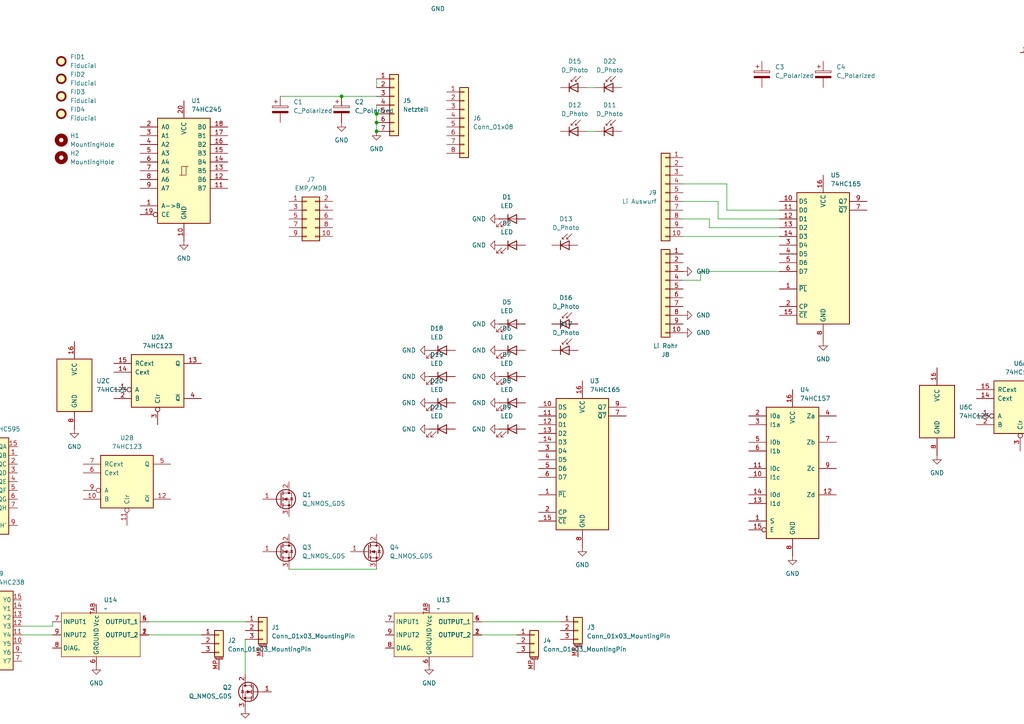
<source format=kicad_sch>
(kicad_sch (version 20250114) (generator "eeschema") (generator_version "9.0")
  (paper "A4")
  (lib_symbols
    (symbol "74xx:74HC123" (pin_names (offset 1.016))
      (property "Reference" "U" (at -7.62 8.89 0))
      (property "Value" "74HC123" (at -7.62 -8.89 0))
      (symbol "74HC123_1_0"
        (pin input line (at -12.7 5.08 0) (length 5.08) (name "RCext") (number "15"))
        (pin input line (at -12.7 2.54 0) (length 5.08) (name "Cext") (number "14"))
        (pin input inverted (at -12.7 -2.54 0) (length 5.08) (name "A") (number "1"))
        (pin input line (at -12.7 -5.08 0) (length 5.08) (name "B") (number "2"))
        (pin input inverted (at 0 -12.7 90) (length 5.08) (name "Clr") (number "3"))
        (pin output line (at 12.7 5.08 180) (length 5.08) (name "Q") (number "13"))
        (pin output line (at 12.7 -5.08 180) (length 5.08) (name "~{Q}") (number "4"))
      )
      (symbol "74HC123_2_0"
        (pin input line (at -12.7 5.08 0) (length 5.08) (name "RCext") (number "7"))
        (pin input line (at -12.7 2.54 0) (length 5.08) (name "Cext") (number "6"))
        (pin input inverted (at -12.7 -2.54 0) (length 5.08) (name "A") (number "9"))
        (pin input line (at -12.7 -5.08 0) (length 5.08) (name "B") (number "10"))
        (pin input inverted (at 0 -12.7 90) (length 5.08) (name "Clr") (number "11"))
        (pin output line (at 12.7 5.08 180) (length 5.08) (name "Q") (number "5"))
        (pin output line (at 12.7 -5.08 180) (length 5.08) (name "~{Q}") (number "12"))
      )
      (symbol "74HC123_3_0"
        (pin power_in line (at 0 12.7 270) (length 5.08) (name "VCC") (number "16"))
        (pin power_in line (at 0 -12.7 90) (length 5.08) (name "GND") (number "8"))
      )
    )
    (symbol "74xx:74HC165"
      (property "Reference" "U" (at -7.62 19.05 0))
      (property "Value" "74HC165" (at -7.62 -21.59 0))
      (symbol "74HC165_1_0"
        (pin input line (at -12.7 15.24 0) (length 5.08) (name "DS") (number "10"))
        (pin input line (at -12.7 12.7 0) (length 5.08) (name "D0") (number "11"))
        (pin input line (at -12.7 10.16 0) (length 5.08) (name "D1") (number "12"))
        (pin input line (at -12.7 7.62 0) (length 5.08) (name "D2") (number "13"))
        (pin input line (at -12.7 5.08 0) (length 5.08) (name "D3") (number "14"))
        (pin input line (at -12.7 2.54 0) (length 5.08) (name "D4") (number "3"))
        (pin input line (at -12.7 0 0) (length 5.08) (name "D5") (number "4"))
        (pin input line (at -12.7 -2.54 0) (length 5.08) (name "D6") (number "5"))
        (pin input line (at -12.7 -5.08 0) (length 5.08) (name "D7") (number "6"))
        (pin input line (at -12.7 -10.16 0) (length 5.08) (name "~{PL}") (number "1"))
        (pin input line (at -12.7 -15.24 0) (length 5.08) (name "CP") (number "2"))
        (pin input line (at -12.7 -17.78 0) (length 5.08) (name "~{CE}") (number "15"))
        (pin power_in line (at 0 22.86 270) (length 5.08) (name "VCC") (number "16"))
        (pin power_in line (at 0 -25.4 90) (length 5.08) (name "GND") (number "8"))
        (pin output line (at 12.7 15.24 180) (length 5.08) (name "Q7") (number "9"))
        (pin output line (at 12.7 12.7 180) (length 5.08) (name "~{Q7}") (number "7"))
      )
    )
    (symbol "74xx:74HC238"
      (property "Reference" "U" (at -7.62 13.97 0))
      (property "Value" "74HC238" (at 2.54 -11.43 0))
      (symbol "74HC238_1_1"
        (pin input line (at -10.16 10.16 0) (length 2.54) (name "A0") (number "1"))
        (pin input line (at -10.16 7.62 0) (length 2.54) (name "A1") (number "2"))
        (pin input line (at -10.16 5.08 0) (length 2.54) (name "A2") (number "3"))
        (pin input line (at -10.16 -2.54 0) (length 2.54) (name "~{E1}") (number "4"))
        (pin input line (at -10.16 -5.08 0) (length 2.54) (name "~{E2}") (number "5"))
        (pin input line (at -10.16 -7.62 0) (length 2.54) (name "E3") (number "6"))
        (pin power_in line (at 0 15.24 270) (length 2.54) (name "VCC") (number "16"))
        (pin power_in line (at 0 -12.7 90) (length 2.54) (name "GND") (number "8"))
        (pin output line (at 10.16 10.16 180) (length 2.54) (name "Y0") (number "15"))
        (pin output line (at 10.16 7.62 180) (length 2.54) (name "Y1") (number "14"))
        (pin output line (at 10.16 5.08 180) (length 2.54) (name "Y2") (number "13"))
        (pin output line (at 10.16 2.54 180) (length 2.54) (name "Y3") (number "12"))
        (pin output line (at 10.16 0 180) (length 2.54) (name "Y4") (number "11"))
        (pin output line (at 10.16 -2.54 180) (length 2.54) (name "Y5") (number "10"))
        (pin output line (at 10.16 -5.08 180) (length 2.54) (name "Y6") (number "9"))
        (pin output line (at 10.16 -7.62 180) (length 2.54) (name "Y7") (number "7"))
      )
    )
    (symbol "74xx:74HC245" (pin_names (offset 1.016))
      (property "Reference" "U" (at -7.62 16.51 0))
      (property "Value" "74HC245" (at -7.62 -16.51 0))
      (symbol "74HC245_1_0"
        (pin tri_state line (at -12.7 12.7 0) (length 5.08) (name "A0") (number "2"))
        (pin tri_state line (at -12.7 10.16 0) (length 5.08) (name "A1") (number "3"))
        (pin tri_state line (at -12.7 7.62 0) (length 5.08) (name "A2") (number "4"))
        (pin tri_state line (at -12.7 5.08 0) (length 5.08) (name "A3") (number "5"))
        (pin tri_state line (at -12.7 2.54 0) (length 5.08) (name "A4") (number "6"))
        (pin tri_state line (at -12.7 0 0) (length 5.08) (name "A5") (number "7"))
        (pin tri_state line (at -12.7 -2.54 0) (length 5.08) (name "A6") (number "8"))
        (pin tri_state line (at -12.7 -5.08 0) (length 5.08) (name "A7") (number "9"))
        (pin input line (at -12.7 -10.16 0) (length 5.08) (name "A->B") (number "1"))
        (pin input inverted (at -12.7 -12.7 0) (length 5.08) (name "CE") (number "19"))
        (pin power_in line (at 0 20.32 270) (length 5.08) (name "VCC") (number "20"))
        (pin power_in line (at 0 -20.32 90) (length 5.08) (name "GND") (number "10"))
        (pin tri_state line (at 12.7 12.7 180) (length 5.08) (name "B0") (number "18"))
        (pin tri_state line (at 12.7 10.16 180) (length 5.08) (name "B1") (number "17"))
        (pin tri_state line (at 12.7 7.62 180) (length 5.08) (name "B2") (number "16"))
        (pin tri_state line (at 12.7 5.08 180) (length 5.08) (name "B3") (number "15"))
        (pin tri_state line (at 12.7 2.54 180) (length 5.08) (name "B4") (number "14"))
        (pin tri_state line (at 12.7 0 180) (length 5.08) (name "B5") (number "13"))
        (pin tri_state line (at 12.7 -2.54 180) (length 5.08) (name "B6") (number "12"))
        (pin tri_state line (at 12.7 -5.08 180) (length 5.08) (name "B7") (number "11"))
      )
    )
    (symbol "74xx:74HC595"
      (property "Reference" "U" (at -7.62 13.97 0))
      (property "Value" "74HC595" (at -7.62 -16.51 0))
      (symbol "74HC595_1_0"
        (pin input line (at -10.16 10.16 0) (length 2.54) (name "SER") (number "14"))
        (pin input line (at -10.16 5.08 0) (length 2.54) (name "SRCLK") (number "11"))
        (pin input line (at -10.16 2.54 0) (length 2.54) (name "~{SRCLR}") (number "10"))
        (pin input line (at -10.16 -2.54 0) (length 2.54) (name "RCLK") (number "12"))
        (pin input line (at -10.16 -5.08 0) (length 2.54) (name "~{OE}") (number "13"))
        (pin power_in line (at 0 15.24 270) (length 2.54) (name "VCC") (number "16"))
        (pin power_in line (at 0 -17.78 90) (length 2.54) (name "GND") (number "8"))
        (pin tri_state line (at 10.16 10.16 180) (length 2.54) (name "QA") (number "15"))
        (pin tri_state line (at 10.16 7.62 180) (length 2.54) (name "QB") (number "1"))
        (pin tri_state line (at 10.16 5.08 180) (length 2.54) (name "QC") (number "2"))
        (pin tri_state line (at 10.16 2.54 180) (length 2.54) (name "QD") (number "3"))
        (pin tri_state line (at 10.16 0 180) (length 2.54) (name "QE") (number "4"))
        (pin tri_state line (at 10.16 -2.54 180) (length 2.54) (name "QF") (number "5"))
        (pin tri_state line (at 10.16 -5.08 180) (length 2.54) (name "QG") (number "6"))
        (pin tri_state line (at 10.16 -7.62 180) (length 2.54) (name "QH") (number "7"))
        (pin output line (at 10.16 -12.7 180) (length 2.54) (name "QH'") (number "9"))
      )
    )
    (symbol "74xx:74LS157" (pin_names (offset 1.016))
      (property "Reference" "U" (at -7.62 19.05 0))
      (property "Value" "74LS157" (at -7.62 -21.59 0))
      (symbol "74LS157_1_0"
        (pin input line (at -12.7 15.24 0) (length 5.08) (name "I0a") (number "2"))
        (pin input line (at -12.7 12.7 0) (length 5.08) (name "I1a") (number "3"))
        (pin input line (at -12.7 7.62 0) (length 5.08) (name "I0b") (number "5"))
        (pin input line (at -12.7 5.08 0) (length 5.08) (name "I1b") (number "6"))
        (pin input line (at -12.7 0 0) (length 5.08) (name "I0c") (number "11"))
        (pin input line (at -12.7 -2.54 0) (length 5.08) (name "I1c") (number "10"))
        (pin input line (at -12.7 -7.62 0) (length 5.08) (name "I0d") (number "14"))
        (pin input line (at -12.7 -10.16 0) (length 5.08) (name "I1d") (number "13"))
        (pin input line (at -12.7 -15.24 0) (length 5.08) (name "S") (number "1"))
        (pin input inverted (at -12.7 -17.78 0) (length 5.08) (name "E") (number "15"))
        (pin power_in line (at 0 22.86 270) (length 5.08) (name "VCC") (number "16"))
        (pin power_in line (at 0 -25.4 90) (length 5.08) (name "GND") (number "8"))
        (pin output line (at 12.7 15.24 180) (length 5.08) (name "Za") (number "4"))
        (pin output line (at 12.7 7.62 180) (length 5.08) (name "Zb") (number "7"))
        (pin output line (at 12.7 0 180) (length 5.08) (name "Zc") (number "9"))
        (pin output line (at 12.7 -7.62 180) (length 5.08) (name "Zd") (number "12"))
      )
    )
    (symbol "Connector_Generic:Conn_01x07" (pin_names (offset 1.016) (hide yes))
      (property "Reference" "J" (at 0 10.16 0))
      (property "Value" "Conn_01x07" (at 0 -10.16 0))
      (symbol "Conn_01x07_1_1"
        (pin passive line (at -5.08 7.62 0) (length 3.81) (name "Pin_1") (number "1"))
        (pin passive line (at -5.08 5.08 0) (length 3.81) (name "Pin_2") (number "2"))
        (pin passive line (at -5.08 2.54 0) (length 3.81) (name "Pin_3") (number "3"))
        (pin passive line (at -5.08 0 0) (length 3.81) (name "Pin_4") (number "4"))
        (pin passive line (at -5.08 -2.54 0) (length 3.81) (name "Pin_5") (number "5"))
        (pin passive line (at -5.08 -5.08 0) (length 3.81) (name "Pin_6") (number "6"))
        (pin passive line (at -5.08 -7.62 0) (length 3.81) (name "Pin_7") (number "7"))
      )
    )
    (symbol "Connector_Generic:Conn_01x08" (pin_names (offset 1.016) (hide yes))
      (property "Reference" "J" (at 0 10.16 0))
      (property "Value" "Conn_01x08" (at 0 -12.7 0))
      (symbol "Conn_01x08_1_1"
        (pin passive line (at -5.08 7.62 0) (length 3.81) (name "Pin_1") (number "1"))
        (pin passive line (at -5.08 5.08 0) (length 3.81) (name "Pin_2") (number "2"))
        (pin passive line (at -5.08 2.54 0) (length 3.81) (name "Pin_3") (number "3"))
        (pin passive line (at -5.08 0 0) (length 3.81) (name "Pin_4") (number "4"))
        (pin passive line (at -5.08 -2.54 0) (length 3.81) (name "Pin_5") (number "5"))
        (pin passive line (at -5.08 -5.08 0) (length 3.81) (name "Pin_6") (number "6"))
        (pin passive line (at -5.08 -7.62 0) (length 3.81) (name "Pin_7") (number "7"))
        (pin passive line (at -5.08 -10.16 0) (length 3.81) (name "Pin_8") (number "8"))
      )
    )
    (symbol "Connector_Generic:Conn_01x10" (pin_names (offset 1.016) (hide yes))
      (property "Reference" "J" (at 0 12.7 0))
      (property "Value" "Conn_01x10" (at 0 -15.24 0))
      (symbol "Conn_01x10_1_1"
        (pin passive line (at -5.08 10.16 0) (length 3.81) (name "Pin_1") (number "1"))
        (pin passive line (at -5.08 7.62 0) (length 3.81) (name "Pin_2") (number "2"))
        (pin passive line (at -5.08 5.08 0) (length 3.81) (name "Pin_3") (number "3"))
        (pin passive line (at -5.08 2.54 0) (length 3.81) (name "Pin_4") (number "4"))
        (pin passive line (at -5.08 0 0) (length 3.81) (name "Pin_5") (number "5"))
        (pin passive line (at -5.08 -2.54 0) (length 3.81) (name "Pin_6") (number "6"))
        (pin passive line (at -5.08 -5.08 0) (length 3.81) (name "Pin_7") (number "7"))
        (pin passive line (at -5.08 -7.62 0) (length 3.81) (name "Pin_8") (number "8"))
        (pin passive line (at -5.08 -10.16 0) (length 3.81) (name "Pin_9") (number "9"))
        (pin passive line (at -5.08 -12.7 0) (length 3.81) (name "Pin_10") (number "10"))
      )
    )
    (symbol "Connector_Generic:Conn_02x05_Odd_Even" (pin_names (offset 1.016) (hide yes))
      (property "Reference" "J" (at 1.27 7.62 0))
      (property "Value" "Conn_02x05_Odd_Even" (at 1.27 -7.62 0))
      (symbol "Conn_02x05_Odd_Even_1_1"
        (pin passive line (at -5.08 5.08 0) (length 3.81) (name "Pin_1") (number "1"))
        (pin passive line (at -5.08 2.54 0) (length 3.81) (name "Pin_3") (number "3"))
        (pin passive line (at -5.08 0 0) (length 3.81) (name "Pin_5") (number "5"))
        (pin passive line (at -5.08 -2.54 0) (length 3.81) (name "Pin_7") (number "7"))
        (pin passive line (at -5.08 -5.08 0) (length 3.81) (name "Pin_9") (number "9"))
        (pin passive line (at 7.62 5.08 180) (length 3.81) (name "Pin_2") (number "2"))
        (pin passive line (at 7.62 2.54 180) (length 3.81) (name "Pin_4") (number "4"))
        (pin passive line (at 7.62 0 180) (length 3.81) (name "Pin_6") (number "6"))
        (pin passive line (at 7.62 -2.54 180) (length 3.81) (name "Pin_8") (number "8"))
        (pin passive line (at 7.62 -5.08 180) (length 3.81) (name "Pin_10") (number "10"))
      )
    )
    (symbol "Connector_Generic_MountingPin:Conn_01x03_MountingPin" (pin_names (offset 1.016) (hide yes))
      (property "Reference" "J" (at 0 5.08 0))
      (property "Value" "Conn_01x03_MountingPin" (at 1.27 -5.08 0))
      (symbol "Conn_01x03_MountingPin_1_1"
        (text "Mounting" (at 0 -4.191 0) (effects (font (size 0.381 0.381))))
        (pin passive line (at -5.08 2.54 0) (length 3.81) (name "Pin_1") (number "1"))
        (pin passive line (at -5.08 0 0) (length 3.81) (name "Pin_2") (number "2"))
        (pin passive line (at -5.08 -2.54 0) (length 3.81) (name "Pin_3") (number "3"))
        (pin passive line (at 0 -7.62 90) (length 3.048) (name "MountPin") (number "MP"))
      )
    )
    (symbol "Device:C_Polarized" (pin_numbers (hide yes)) (pin_names (offset 0.254))
      (property "Reference" "C" (at 0.635 2.54 0))
      (property "Value" "C_Polarized" (at 0.635 -2.54 0))
      (symbol "C_Polarized_1_1"
        (pin passive line (at 0 3.81 270) (length 2.794) (name "~") (number "1"))
        (pin passive line (at 0 -3.81 90) (length 2.794) (name "~") (number "2"))
      )
    )
    (symbol "Device:D_Photo" (pin_numbers (hide yes)) (pin_names (hide yes))
      (property "Reference" "D" (at 0.508 1.778 0))
      (property "Value" "D_Photo" (at -1.016 -2.794 0))
      (symbol "D_Photo_1_1"
        (pin passive line (at -5.08 0 0) (length 2.54) (name "K") (number "1"))
        (pin passive line (at 2.54 0 180) (length 2.54) (name "A") (number "2"))
      )
    )
    (symbol "Device:LED" (pin_numbers (hide yes)) (pin_names (offset 1.016) (hide yes))
      (property "Reference" "D" (at 0 2.54 0))
      (property "Value" "LED" (at 0 -2.54 0))
      (symbol "LED_1_1"
        (pin passive line (at -3.81 0 0) (length 2.54) (name "K") (number "1"))
        (pin passive line (at 3.81 0 180) (length 2.54) (name "A") (number "2"))
      )
    )
    (symbol "Mechanical:Fiducial" (exclude_from_sim yes) (in_bom no)
      (property "Reference" "FID" (at 0 5.08 0))
      (property "Value" "Fiducial" (at 0 3.175 0))
    )
    (symbol "Mechanical:MountingHole" (pin_names (offset 1.016)) (exclude_from_sim yes) (in_bom no)
      (property "Reference" "H" (at 0 5.08 0))
      (property "Value" "MountingHole" (at 0 3.175 0))
    )
    (symbol "Regulator_Linear:L7805" (pin_names (offset 0.254))
      (property "Reference" "U" (at -3.81 3.175 0))
      (property "Value" "L7805" (at 0 3.175 0))
      (symbol "L7805_1_1"
        (pin power_in line (at -7.62 0 0) (length 2.54) (name "IN") (number "1"))
        (pin power_in line (at 0 -7.62 90) (length 2.54) (name "GND") (number "2"))
        (pin power_out line (at 7.62 0 180) (length 2.54) (name "OUT") (number "3"))
      )
    )
    (symbol "ST_Power:L9338MD"
      (property "Reference" "U" (at 8.89 4.318 0))
      (symbol "L9338MD_0_0"
        (pin unspecified line (at -11.43 -3.81 0) (length 2.54) (name "IN1") (number "1"))
        (pin unspecified line (at -11.43 -6.35 0) (length 2.54) (name "IN2") (number "2"))
        (pin unspecified line (at -11.43 -8.89 0) (length 2.54) (name "IN3") (number "9"))
        (pin unspecified line (at -11.43 -11.43 0) (length 2.54) (name "IN4") (number "10"))
        (pin unspecified line (at -11.43 -15.24 0) (length 2.54) (name "EN") (number "11"))
        (pin unspecified line (at 0 1.27 270) (length 2.54) (name "VS") (number "8"))
        (pin unspecified line (at 0 -21.59 90) (length 2.54) (name "GND") (number "14"))
        (pin unspecified line (at 0 -21.59 90) (length 2.54) (name "GND") (number "15"))
        (pin unspecified line (at 0 -21.59 90) (length 2.54) (name "GND") (number "16"))
        (pin unspecified line (at 0 -21.59 90) (length 2.54) (name "GND") (number "17"))
        (pin unspecified line (at 0 -21.59 90) (length 2.54) (name "GND") (number "4"))
        (pin unspecified line (at 0 -21.59 90) (length 2.54) (name "GND") (number "5"))
        (pin unspecified line (at 0 -21.59 90) (length 2.54) (name "GND") (number "6"))
        (pin unspecified line (at 0 -21.59 90) (length 2.54) (name "GND") (number "7"))
        (pin unspecified line (at 10.16 -3.81 180) (length 2.54) (name "OUT1") (number "19"))
        (pin unspecified line (at 10.16 -6.35 180) (length 2.54) (name "OUT2") (number "18"))
        (pin unspecified line (at 10.16 -8.89 180) (length 2.54) (name "OUT3") (number "13"))
        (pin unspecified line (at 10.16 -11.43 180) (length 2.54) (name "OUT4") (number "12"))
        (pin unspecified line (at 10.16 -15.24 180) (length 2.54) (name "PRG") (number "20"))
        (pin unspecified line (at 10.16 -17.78 180) (length 2.54) (name "DIAG") (number "3"))
      )
    )
    (symbol "ST_Power:VND10BSP"
      (property "Reference" "U" (at 5.08 3.81 0))
      (symbol "VND10BSP_0_0"
        (pin unspecified line (at -12.7 -11.43 0) (length 2.54) (name "DIAG.") (number "8"))
        (pin unspecified line (at 15.24 -3.81 180) (length 2.54) (name "OUTPUT_1") (number "4"))
        (pin unspecified line (at 15.24 -3.81 180) (length 2.54) (name "OUTPUT_1") (number "5"))
        (pin unspecified line (at 15.24 -7.62 180) (length 2.54) (name "OUTPUT_2") (number "1"))
        (pin unspecified line (at 15.24 -7.62 180) (length 2.54) (name "OUTPUT_2") (number "2"))
      )
      (symbol "VND10BSP_1_0"
        (pin unspecified line (at -12.7 -3.81 0) (length 2.54) (name "INPUT1") (number "7"))
        (pin unspecified line (at -12.7 -7.62 0) (length 2.54) (name "INPUT2") (number "9"))
        (pin power_in line (at 0 1.27 270) (length 2.54) (name "Vcc") (number "TAB"))
        (pin power_in line (at 0 -16.51 90) (length 2.54) (name "GROUND") (number "6"))
        (pin no_connect line (at 15.24 -11.43 180) (length 2.54) (hide yes) (name "NC") (number "10"))
        (pin no_connect line (at 15.24 -11.43 180) (length 2.54) (hide yes) (name "NC") (number "3"))
      )
    )
    (symbol "Transistor_FET:Q_NMOS_GDS" (pin_names (offset 0) (hide yes))
      (property "Reference" "Q" (at 5.08 1.905 0))
      (property "Value" "Q_NMOS_GDS" (at 5.08 0 0))
      (symbol "Q_NMOS_GDS_1_1"
        (pin input line (at -5.08 0 0) (length 2.54) (name "G") (number "1"))
        (pin passive line (at 2.54 5.08 270) (length 2.54) (name "D") (number "2"))
        (pin passive line (at 2.54 -5.08 90) (length 2.54) (name "S") (number "3"))
      )
    )
    (symbol "power:GND" (power) (pin_numbers (hide yes)) (pin_names (offset 0) (hide yes))
      (property "Value" "GND" (at 0 -3.81 0))
      (symbol "GND_1_1"
        (pin power_in line (at 0 0 270) (length 0) (name "~") (number "1"))
      )
    )
  )
  (junction (at 109.22 35.56))
  (junction (at 99.06 27.94))
  (junction (at 109.22 33.02))
  (junction (at 109.22 38.1))
  (wire (pts (xy 83.82 165.1) (xy 109.22 165.1)))
  (wire (pts (xy 203.2 78.74) (xy 203.2 81.28)))
  (wire (pts (xy 109.22 33.02) (xy 109.22 35.56)))
  (wire (pts (xy -20.32 191.77) (xy -20.32 137.16)))
  (wire (pts (xy 208.28 63.5) (xy 208.28 58.42)))
  (wire (pts (xy 205.74 63.5) (xy 198.12 63.5)))
  (wire (pts (xy 43.18 184.15) (xy 58.42 184.15)))
  (wire (pts (xy 226.06 63.5) (xy 208.28 63.5)))
  (wire (pts (xy 226.06 78.74) (xy 203.2 78.74)))
  (wire (pts (xy 6.35 181.61) (xy 15.24 181.61)))
  (wire (pts (xy 109.22 30.48) (xy 109.22 33.02)))
  (wire (pts (xy 137.16 -17.78) (xy 144.78 -17.78)))
  (wire (pts (xy 170.18 25.4) (xy 172.72 25.4)))
  (wire (pts (xy 109.22 22.86) (xy 109.22 25.4)))
  (wire (pts (xy -13.97 191.77) (xy -20.32 191.77)))
  (wire (pts (xy 203.2 81.28) (xy 198.12 81.28)))
  (wire (pts (xy 198.12 53.34) (xy 210.82 53.34)))
  (wire (pts (xy 208.28 58.42) (xy 198.12 58.42)))
  (wire (pts (xy 43.18 180.34) (xy 71.12 180.34)))
  (wire (pts (xy 99.06 27.94) (xy 109.22 27.94)))
  (wire (pts (xy 170.18 38.1) (xy 172.72 38.1)))
  (wire (pts (xy 381 71.12) (xy 370.84 71.12)))
  (wire (pts (xy 205.74 66.04) (xy 205.74 63.5)))
  (wire (pts (xy -20.32 137.16) (xy -15.24 137.16)))
  (wire (pts (xy 81.28 27.94) (xy 99.06 27.94)))
  (wire (pts (xy 370.84 104.14) (xy 381 104.14)))
  (wire (pts (xy 198.12 68.58) (xy 226.06 68.58)))
  (wire (pts (xy 139.7 184.15) (xy 149.86 184.15)))
  (wire (pts (xy 210.82 53.34) (xy 210.82 60.96)))
  (wire (pts (xy 109.22 35.56) (xy 109.22 38.1)))
  (wire (pts (xy 15.24 181.61) (xy 15.24 180.34)))
  (wire (pts (xy 6.35 184.15) (xy 15.24 184.15)))
  (wire (pts (xy 210.82 60.96) (xy 226.06 60.96)))
  (wire (pts (xy 139.7 180.34) (xy 162.56 180.34)))
  (wire (pts (xy 71.12 185.42) (xy 71.12 195.58)))
  (wire (pts (xy 152.4 -17.78) (xy 154.94 -17.78)))
  (wire (pts (xy 381 104.14) (xy 381 71.12)))
  (wire (pts (xy 226.06 66.04) (xy 205.74 66.04)))
  (symbol (lib_id "Regulator_Linear:L7805") (at 303.53 15.24 0) (unit 1)
    (property "Reference" "U12" (at 303.53 8.89 0))
    (property "Value" "L7805" (at 303.53 11.43 0))
    (property "Footprint" "Package_TO_SOT_SMD:TO-252-2" (effects (hide yes)))
    (property "Datasheet" "http://www.st.com/content/ccc/resource/technical/document/datasheet/41/4f/b3/b0/12/d4/47/88/CD00000444.pdf/files/CD00000444.pdf/jcr:content/translations/en.CD00000444.pdf" (effects (hide yes)))
    (property "Description" "Positive 1.5A 35V Linear Regulator, Fixed Output 5V, TO-220/TO-263/TO-252" (effects (hide yes)))
  )
  (symbol (lib_id "Device:LED") (at 128.27 101.6 0) (unit 1)
    (property "Reference" "D18" (at 126.6825 95.25 0))
    (property "Value" "LED" (at 126.6825 97.79 0))
    (property "Footprint" "LED_SMD:LED_Osram_Lx_P47F_D2mm_ReverseMount" (effects (hide yes)))
    (property "Description" "Light emitting diode" (effects (hide yes)))
    (property "Sim.Pins" "1=K 2=A" (effects (hide yes)))
  )
  (symbol (lib_id "Mechanical:Fiducial") (at 17.78 17.78 0) (unit 1) (exclude_from_sim yes) (in_bom no)
    (property "Reference" "FID1" (at 20.32 16.5099 0) (effects (justify left)))
    (property "Value" "Fiducial" (at 20.32 19.0499 0) (effects (justify left)))
    (property "Footprint" "Fiducial:Fiducial_0.75mm_Mask2.25mm" (effects (hide yes)))
    (property "Description" "Fiducial Marker" (effects (hide yes)))
  )
  (symbol (lib_id "74xx:74HC123") (at 295.91 118.11 0) (unit 1)
    (property "Reference" "U6" (at 295.91 105.41 0))
    (property "Value" "74HC123" (at 295.91 107.95 0))
    (property "Footprint" "Package_SO:SO-16_3.9x9.9mm_P1.27mm" (effects (hide yes)))
    (property "Datasheet" "https://assets.nexperia.com/documents/data-sheet/74HC_HCT123.pdf" (effects (hide yes)))
    (property "Description" "Dual retriggerable monostable multivibrator" (effects (hide yes)))
  )
  (symbol (lib_id "Device:D_Photo") (at 165.1 101.6 0) (unit 1)
    (property "Reference" "D17" (at 164.1475 93.98 0))
    (property "Value" "D_Photo" (at 164.1475 96.52 0))
    (property "Footprint" "LED_SMD:LED_Osram_Lx_P47F_D2mm_ReverseMount" (effects (hide yes)))
    (property "Description" "Photodiode" (effects (hide yes)))
  )
  (symbol (lib_id "power:GND") (at 53.34 69.85 0) (unit 1)
    (property "Reference" "#PWR011" (effects (hide yes)))
    (property "Value" "GND" (at 53.34 74.93 0))
    (property "Description" "Power symbol creates a global label with name \"GND\" , ground" (effects (hide yes)))
  )
  (symbol (lib_id "power:GND") (at 127 -2.54 0) (unit 1)
    (property "Reference" "#PWR02" (effects (hide yes)))
    (property "Value" "GND" (at 127 2.54 0))
    (property "Description" "Power symbol creates a global label with name \"GND\" , ground" (effects (hide yes)))
  )
  (symbol (lib_id "74xx:74HC245") (at 53.34 49.53 0) (unit 1)
    (property "Reference" "U1" (at 55.4833 29.21 0) (effects (justify left)))
    (property "Value" "74HC245" (at 55.4833 31.75 0) (effects (justify left)))
    (property "Footprint" "Package_SO:SOP-20_7.5x12.8mm_P1.27mm" (effects (hide yes)))
    (property "Datasheet" "http://www.ti.com/lit/gpn/sn74HC245" (effects (hide yes)))
    (property "Description" "Octal BUS Transceivers, 3-State outputs" (effects (hide yes)))
  )
  (symbol (lib_id "Device:LED") (at 128.27 124.46 0) (unit 1)
    (property "Reference" "D21" (at 126.6825 118.11 0))
    (property "Value" "LED" (at 126.6825 120.65 0))
    (property "Footprint" "LED_SMD:LED_Osram_Lx_P47F_D2mm_ReverseMount" (effects (hide yes)))
    (property "Description" "Light emitting diode" (effects (hide yes)))
    (property "Sim.Pins" "1=K 2=A" (effects (hide yes)))
  )
  (symbol (lib_id "ST_Power:VND10BSP") (at 124.46 176.53 0) (unit 1)
    (property "Reference" "U13" (at 126.6033 173.99 0) (effects (justify left)))
    (property "Value" "~" (at 126.6033 176.53 0) (effects (justify left)))
    (property "Footprint" "PowerSO:SOIC-10" (effects (hide yes)))
  )
  (symbol (lib_id "Connector_Generic_MountingPin:Conn_01x03_MountingPin") (at 167.64 182.88 0) (unit 1)
    (property "Reference" "J3" (at 170.18 181.9655 0) (effects (justify left)))
    (property "Value" "Conn_01x03_MountingPin" (at 170.18 184.5055 0) (effects (justify left)))
    (property "Footprint" "Connector_JST:JST_PH_S3B-PH-SM4-TB_1x03-1MP_P2.00mm_Horizontal" (effects (hide yes)))
    (property "Description" "Generic connectable mounting pin connector, single row, 01x03, script generated (kicad-library-utils/schlib/autogen/connector/)" (effects (hide yes)))
  )
  (symbol (lib_id "Mechanical:Fiducial") (at 17.78 33.02 0) (unit 1) (exclude_from_sim yes) (in_bom no)
    (property "Reference" "FID4" (at 20.32 31.7499 0) (effects (justify left)))
    (property "Value" "Fiducial" (at 20.32 34.2899 0) (effects (justify left)))
    (property "Footprint" "Fiducial:Fiducial_0.75mm_Mask2.25mm" (effects (hide yes)))
    (property "Description" "Fiducial Marker" (effects (hide yes)))
  )
  (symbol (lib_id "Connector_Generic:Conn_01x10") (at 193.04 83.82 0) (mirror y) (unit 1)
    (property "Reference" "J8" (at 193.04 102.87 0))
    (property "Value" "Li Rohr" (at 193.04 100.33 0))
    (property "Footprint" "Connector_Molex:Molex_Picoflex_90814-0010_2x05_P1.27mm_Vertical" (effects (hide yes)))
    (property "Description" "Generic connector, single row, 01x10, script generated (kicad-library-utils/schlib/autogen/connector/)" (effects (hide yes)))
  )
  (symbol (lib_id "power:GND") (at 124.46 101.6 270) (unit 1)
    (property "Reference" "#PWR023" (effects (hide yes)))
    (property "Value" "GND" (at 120.65 101.5999 90) (effects (justify right)))
    (property "Description" "Power symbol creates a global label with name \"GND\" , ground" (effects (hide yes)))
  )
  (symbol (lib_id "74xx:74HC165") (at 168.91 133.35 0) (unit 1)
    (property "Reference" "U3" (at 171.0533 110.49 0) (effects (justify left)))
    (property "Value" "74HC165" (at 171.0533 113.03 0) (effects (justify left)))
    (property "Footprint" "Package_SO:SO-16_3.9x9.9mm_P1.27mm" (effects (hide yes)))
    (property "Datasheet" "https://assets.nexperia.com/documents/data-sheet/74HC_HCT165.pdf" (effects (hide yes)))
    (property "Description" "Shift Register, 8-bit, Parallel Load" (effects (hide yes)))
  )
  (symbol (lib_id "Device:LED") (at 128.27 116.84 0) (unit 1)
    (property "Reference" "D20" (at 126.6825 110.49 0))
    (property "Value" "LED" (at 126.6825 113.03 0))
    (property "Footprint" "LED_SMD:LED_Osram_Lx_P47F_D2mm_ReverseMount" (effects (hide yes)))
    (property "Description" "Light emitting diode" (effects (hide yes)))
    (property "Sim.Pins" "1=K 2=A" (effects (hide yes)))
  )
  (symbol (lib_id "Mechanical:Fiducial") (at 17.78 27.94 0) (unit 1) (exclude_from_sim yes) (in_bom no)
    (property "Reference" "FID3" (at 20.32 26.6699 0) (effects (justify left)))
    (property "Value" "Fiducial" (at 20.32 29.2099 0) (effects (justify left)))
    (property "Footprint" "Fiducial:Fiducial_0.75mm_Mask2.25mm" (effects (hide yes)))
    (property "Description" "Fiducial Marker" (effects (hide yes)))
  )
  (symbol (lib_id "power:GND") (at 144.78 101.6 270) (unit 1)
    (property "Reference" "#PWR016" (effects (hide yes)))
    (property "Value" "GND" (at 140.97 101.5999 90) (effects (justify right)))
    (property "Description" "Power symbol creates a global label with name \"GND\" , ground" (effects (hide yes)))
  )
  (symbol (lib_id "Device:LED") (at 148.59 71.12 0) (unit 1)
    (property "Reference" "D2" (at 147.0025 64.77 0))
    (property "Value" "LED" (at 147.0025 67.31 0))
    (property "Footprint" "LED_SMD:LED_Osram_Lx_P47F_D2mm_ReverseMount" (effects (hide yes)))
    (property "Description" "Light emitting diode" (effects (hide yes)))
    (property "Sim.Pins" "1=K 2=A" (effects (hide yes)))
  )
  (symbol (lib_id "Device:D_Photo") (at 165.1 93.98 0) (unit 1)
    (property "Reference" "D16" (at 164.1475 86.36 0))
    (property "Value" "D_Photo" (at 164.1475 88.9 0))
    (property "Footprint" "LED_SMD:LED_Osram_Lx_P47F_D2mm_ReverseMount" (effects (hide yes)))
    (property "Description" "Photodiode" (effects (hide yes)))
  )
  (symbol (lib_id "power:GND") (at 318.77 53.34 0) (unit 1)
    (property "Reference" "#PWR03" (effects (hide yes)))
    (property "Value" "GND" (at 318.77 58.42 0))
    (property "Description" "Power symbol creates a global label with name \"GND\" , ground" (effects (hide yes)))
  )
  (symbol (lib_id "Device:LED") (at 148.59 109.22 0) (unit 1)
    (property "Reference" "D7" (at 147.0025 102.87 0))
    (property "Value" "LED" (at 147.0025 105.41 0))
    (property "Footprint" "LED_SMD:LED_Osram_Lx_P47F_D2mm_ReverseMount" (effects (hide yes)))
    (property "Description" "Light emitting diode" (effects (hide yes)))
    (property "Sim.Pins" "1=K 2=A" (effects (hide yes)))
  )
  (symbol (lib_id "power:GND") (at 144.78 71.12 270) (unit 1)
    (property "Reference" "#PWR018" (effects (hide yes)))
    (property "Value" "GND" (at 140.97 71.1199 90) (effects (justify right)))
    (property "Description" "Power symbol creates a global label with name \"GND\" , ground" (effects (hide yes)))
  )
  (symbol (lib_id "74xx:74HC123") (at 334.01 118.11 0) (unit 3)
    (property "Reference" "U7" (at 340.36 116.8399 0) (effects (justify left)))
    (property "Value" "74HC123" (at 340.36 119.3799 0) (effects (justify left)))
    (property "Footprint" "Package_SO:SO-16_3.9x9.9mm_P1.27mm" (effects (hide yes)))
    (property "Datasheet" "https://assets.nexperia.com/documents/data-sheet/74HC_HCT123.pdf" (effects (hide yes)))
    (property "Description" "Dual retriggerable monostable multivibrator" (effects (hide yes)))
  )
  (symbol (lib_id "Device:LED") (at 148.59 63.5 0) (unit 1)
    (property "Reference" "D1" (at 147.0025 57.15 0))
    (property "Value" "LED" (at 147.0025 59.69 0))
    (property "Footprint" "LED_SMD:LED_Osram_Lx_P47F_D2mm_ReverseMount" (effects (hide yes)))
    (property "Description" "Light emitting diode" (effects (hide yes)))
    (property "Sim.Pins" "1=K 2=A" (effects (hide yes)))
  )
  (symbol (lib_id "Transistor_FET:Q_NMOS_GDS") (at 81.28 160.02 0) (unit 1)
    (property "Reference" "Q3" (at 87.63 158.7499 0) (effects (justify left)))
    (property "Value" "Q_NMOS_GDS" (at 87.63 161.2899 0) (effects (justify left)))
    (property "Footprint" "Package_TO_SOT_SMD:TO-252-2" (effects (hide yes)))
    (property "Description" "N-MOSFET transistor, gate/drain/source" (effects (hide yes)))
  )
  (symbol (lib_id "Transistor_FET:Q_NMOS_GDS") (at 81.28 144.78 0) (unit 1)
    (property "Reference" "Q1" (at 87.63 143.5099 0) (effects (justify left)))
    (property "Value" "Q_NMOS_GDS" (at 87.63 146.0499 0) (effects (justify left)))
    (property "Footprint" "Package_TO_SOT_SMD:TO-252-2" (effects (hide yes)))
    (property "Description" "N-MOSFET transistor, gate/drain/source" (effects (hide yes)))
  )
  (symbol (lib_id "Device:D_Photo") (at 160.02 -17.78 0) (unit 1)
    (property "Reference" "D14" (at 159.0675 -25.4 0))
    (property "Value" "D_Photo" (at 159.0675 -22.86 0))
    (property "Footprint" "LED_SMD:LED_Osram_Lx_P47F_D2mm_ReverseMount" (effects (hide yes)))
    (property "Description" "Photodiode" (effects (hide yes)))
  )
  (symbol (lib_id "ST_Power:L9338MD") (at 127 -24.13 0) (unit 1)
    (property "Reference" "U10" (at 129.1433 -26.67 0) (effects (justify left)))
    (property "Value" "~" (at 129.1433 -24.13 0) (effects (justify left)))
    (property "Footprint" "Package_SO:SOIC-20W_7.5x12.8mm_P1.27mm" (effects (hide yes)))
  )
  (symbol (lib_id "74xx:74HC123") (at 45.72 110.49 0) (unit 1)
    (property "Reference" "U2" (at 45.72 97.79 0))
    (property "Value" "74HC123" (at 45.72 100.33 0))
    (property "Footprint" "Package_SO:SO-16_3.9x9.9mm_P1.27mm" (effects (hide yes)))
    (property "Datasheet" "https://assets.nexperia.com/documents/data-sheet/74HC_HCT123.pdf" (effects (hide yes)))
    (property "Description" "Dual retriggerable monostable multivibrator" (effects (hide yes)))
  )
  (symbol (lib_id "Device:D_Photo") (at 177.8 38.1 0) (unit 1)
    (property "Reference" "D11" (at 176.8475 30.48 0))
    (property "Value" "D_Photo" (at 176.8475 33.02 0))
    (property "Footprint" "LED_SMD:LED_Osram_Lx_P47F_D2mm_ReverseMount" (effects (hide yes)))
    (property "Description" "Photodiode" (effects (hide yes)))
  )
  (symbol (lib_id "74xx:74HC123") (at 349.25 146.05 0) (unit 2)
    (property "Reference" "U7" (at 349.25 133.35 0))
    (property "Value" "74HC123" (at 349.25 135.89 0))
    (property "Footprint" "Package_SO:SO-16_3.9x9.9mm_P1.27mm" (effects (hide yes)))
    (property "Datasheet" "https://assets.nexperia.com/documents/data-sheet/74HC_HCT123.pdf" (effects (hide yes)))
    (property "Description" "Dual retriggerable monostable multivibrator" (effects (hide yes)))
  )
  (symbol (lib_id "Device:LED") (at 148.59 101.6 0) (unit 1)
    (property "Reference" "D6" (at 147.0025 95.25 0))
    (property "Value" "LED" (at 147.0025 97.79 0))
    (property "Footprint" "LED_SMD:LED_Osram_Lx_P47F_D2mm_ReverseMount" (effects (hide yes)))
    (property "Description" "Light emitting diode" (effects (hide yes)))
    (property "Sim.Pins" "1=K 2=A" (effects (hide yes)))
  )
  (symbol (lib_id "power:GND") (at 124.46 116.84 270) (unit 1)
    (property "Reference" "#PWR025" (effects (hide yes)))
    (property "Value" "GND" (at 120.65 116.8399 90) (effects (justify right)))
    (property "Description" "Power symbol creates a global label with name \"GND\" , ground" (effects (hide yes)))
  )
  (symbol (lib_id "74xx:74HC123") (at 358.14 99.06 0) (unit 1)
    (property "Reference" "U7" (at 358.14 86.36 0))
    (property "Value" "74HC123" (at 358.14 88.9 0))
    (property "Footprint" "Package_SO:SO-16_3.9x9.9mm_P1.27mm" (effects (hide yes)))
    (property "Datasheet" "https://assets.nexperia.com/documents/data-sheet/74HC_HCT123.pdf" (effects (hide yes)))
    (property "Description" "Dual retriggerable monostable multivibrator" (effects (hide yes)))
  )
  (symbol (lib_id "74xx:74HC123") (at 36.83 139.7 0) (unit 2)
    (property "Reference" "U2" (at 36.83 127 0))
    (property "Value" "74HC123" (at 36.83 129.54 0))
    (property "Footprint" "Package_SO:SO-16_3.9x9.9mm_P1.27mm" (effects (hide yes)))
    (property "Datasheet" "https://assets.nexperia.com/documents/data-sheet/74HC_HCT123.pdf" (effects (hide yes)))
    (property "Description" "Dual retriggerable monostable multivibrator" (effects (hide yes)))
  )
  (symbol (lib_id "Transistor_FET:Q_NMOS_GDS") (at 106.68 160.02 0) (unit 1)
    (property "Reference" "Q4" (at 113.03 158.7499 0) (effects (justify left)))
    (property "Value" "Q_NMOS_GDS" (at 113.03 161.2899 0) (effects (justify left)))
    (property "Footprint" "Package_TO_SOT_SMD:TO-252-2" (effects (hide yes)))
    (property "Description" "N-MOSFET transistor, gate/drain/source" (effects (hide yes)))
  )
  (symbol (lib_id "Device:LED") (at 148.59 93.98 0) (unit 1)
    (property "Reference" "D5" (at 147.0025 87.63 0))
    (property "Value" "LED" (at 147.0025 90.17 0))
    (property "Footprint" "LED_SMD:LED_Osram_Lx_P47F_D2mm_ReverseMount" (effects (hide yes)))
    (property "Description" "Light emitting diode" (effects (hide yes)))
    (property "Sim.Pins" "1=K 2=A" (effects (hide yes)))
  )
  (symbol (lib_id "Connector_Generic_MountingPin:Conn_01x03_MountingPin") (at 63.5 186.69 0) (unit 1)
    (property "Reference" "J2" (at 66.04 185.7755 0) (effects (justify left)))
    (property "Value" "Conn_01x03_MountingPin" (at 66.04 188.3155 0) (effects (justify left)))
    (property "Footprint" "Connector_JST:JST_PH_S3B-PH-SM4-TB_1x03-1MP_P2.00mm_Horizontal" (effects (hide yes)))
    (property "Description" "Generic connectable mounting pin connector, single row, 01x03, script generated (kicad-library-utils/schlib/autogen/connector/)" (effects (hide yes)))
  )
  (symbol (lib_id "Mechanical:MountingHole") (at 17.78 40.64 0) (unit 1) (exclude_from_sim yes) (in_bom no)
    (property "Reference" "H1" (at 20.32 39.3699 0) (effects (justify left)))
    (property "Value" "MountingHole" (at 20.32 41.9099 0) (effects (justify left)))
    (property "Footprint" "MountingHole:MountingHole_3.2mm_M3" (effects (hide yes)))
    (property "Description" "Mounting Hole without connection" (effects (hide yes)))
  )
  (symbol (lib_id "Device:C_Polarized") (at 238.76 21.59 0) (unit 1)
    (property "Reference" "C4" (at 242.57 19.4309 0) (effects (justify left)))
    (property "Value" "C_Polarized" (at 242.57 21.9709 0) (effects (justify left)))
    (property "Footprint" "Capacitor_Tantalum_SMD:CP_EIA-7132-20_AVX-U" (effects (hide yes)))
    (property "Description" "Polarized capacitor" (effects (hide yes)))
  )
  (symbol (lib_id "Connector_Generic:Conn_01x10") (at 193.04 55.88 0) (mirror y) (unit 1)
    (property "Reference" "J9" (at 190.5 55.8799 0) (effects (justify left)))
    (property "Value" "Li Auswurf" (at 190.5 58.4199 0) (effects (justify left)))
    (property "Footprint" "Connector_Molex:Molex_Picoflex_90814-0010_2x05_P1.27mm_Vertical" (effects (hide yes)))
    (property "Description" "Generic connector, single row, 01x10, script generated (kicad-library-utils/schlib/autogen/connector/)" (effects (hide yes)))
  )
  (symbol (lib_id "power:GND") (at 109.22 38.1 0) (unit 1)
    (property "Reference" "#PWR015" (effects (hide yes)))
    (property "Value" "GND" (at 109.22 43.18 0))
    (property "Description" "Power symbol creates a global label with name \"GND\" , ground" (effects (hide yes)))
  )
  (symbol (lib_id "ST_Power:L9338MD") (at 318.77 31.75 0) (unit 1)
    (property "Reference" "U11" (at 320.9133 29.21 0) (effects (justify left)))
    (property "Value" "~" (at 320.9133 31.75 0) (effects (justify left)))
    (property "Footprint" "Package_SO:SOIC-20W_7.5x12.8mm_P1.27mm" (effects (hide yes)))
  )
  (symbol (lib_id "Device:D_Photo") (at 149.86 -17.78 0) (unit 1)
    (property "Reference" "D10" (at 148.9075 -25.4 0))
    (property "Value" "D_Photo" (at 148.9075 -22.86 0))
    (property "Footprint" "LED_SMD:LED_Osram_Lx_P47F_D2mm_ReverseMount" (effects (hide yes)))
    (property "Description" "Photodiode" (effects (hide yes)))
  )
  (symbol (lib_id "Device:C_Polarized") (at 99.06 31.75 0) (unit 1)
    (property "Reference" "C2" (at 102.87 29.5909 0) (effects (justify left)))
    (property "Value" "C_Polarized" (at 102.87 32.1309 0) (effects (justify left)))
    (property "Footprint" "Capacitor_Tantalum_SMD:CP_EIA-7132-20_AVX-U" (effects (hide yes)))
    (property "Description" "Polarized capacitor" (effects (hide yes)))
  )
  (symbol (lib_id "power:GND") (at 144.78 116.84 270) (unit 1)
    (property "Reference" "#PWR021" (effects (hide yes)))
    (property "Value" "GND" (at 140.97 116.8399 90) (effects (justify right)))
    (property "Description" "Power symbol creates a global label with name \"GND\" , ground" (effects (hide yes)))
  )
  (symbol (lib_id "74xx:74HC595") (at -5.08 139.7 0) (unit 1)
    (property "Reference" "U8" (at -2.9367 121.92 0) (effects (justify left)))
    (property "Value" "74HC595" (at -2.9367 124.46 0) (effects (justify left)))
    (property "Footprint" "Package_SO:SO-16_3.9x9.9mm_P1.27mm" (effects (hide yes)))
    (property "Datasheet" "http://www.ti.com/lit/ds/symlink/sn74hc595.pdf" (effects (hide yes)))
    (property "Description" "8-bit serial in/out Shift Register 3-State Outputs" (effects (hide yes)))
  )
  (symbol (lib_id "power:GND") (at 144.78 63.5 270) (unit 1)
    (property "Reference" "#PWR017" (effects (hide yes)))
    (property "Value" "GND" (at 140.97 63.4999 90) (effects (justify right)))
    (property "Description" "Power symbol creates a global label with name \"GND\" , ground" (effects (hide yes)))
  )
  (symbol (lib_id "Device:LED") (at 148.59 124.46 0) (unit 1)
    (property "Reference" "D9" (at 147.0025 118.11 0))
    (property "Value" "LED" (at 147.0025 120.65 0))
    (property "Footprint" "LED_SMD:LED_Osram_Lx_P47F_D2mm_ReverseMount" (effects (hide yes)))
    (property "Description" "Light emitting diode" (effects (hide yes)))
    (property "Sim.Pins" "1=K 2=A" (effects (hide yes)))
  )
  (symbol (lib_id "74xx:74HC123") (at 271.78 119.38 0) (unit 3)
    (property "Reference" "U6" (at 278.13 118.1099 0) (effects (justify left)))
    (property "Value" "74HC123" (at 278.13 120.6499 0) (effects (justify left)))
    (property "Footprint" "Package_SO:SO-16_3.9x9.9mm_P1.27mm" (effects (hide yes)))
    (property "Datasheet" "https://assets.nexperia.com/documents/data-sheet/74HC_HCT123.pdf" (effects (hide yes)))
    (property "Description" "Dual retriggerable monostable multivibrator" (effects (hide yes)))
  )
  (symbol (lib_id "ST_Power:VND10BSP") (at 27.94 176.53 0) (unit 1)
    (property "Reference" "U14" (at 30.0833 173.99 0) (effects (justify left)))
    (property "Value" "~" (at 30.0833 176.53 0) (effects (justify left)))
    (property "Footprint" "PowerSO:SOIC-10" (effects (hide yes)))
  )
  (symbol (lib_id "power:GND") (at 71.12 205.74 0) (unit 1)
    (property "Reference" "#PWR028" (effects (hide yes)))
    (property "Value" "GND" (at 71.12 210.82 0))
    (property "Description" "Power symbol creates a global label with name \"GND\" , ground" (effects (hide yes)))
  )
  (symbol (lib_id "Transistor_FET:Q_NMOS_GDS") (at 73.66 200.66 0) (mirror y) (unit 1)
    (property "Reference" "Q2" (at 67.31 199.3899 0) (effects (justify left)))
    (property "Value" "Q_NMOS_GDS" (at 67.31 201.9299 0) (effects (justify left)))
    (property "Footprint" "Package_TO_SOT_SMD:TO-252-2" (effects (hide yes)))
    (property "Description" "N-MOSFET transistor, gate/drain/source" (effects (hide yes)))
  )
  (symbol (lib_id "power:GND") (at 229.87 161.29 0) (unit 1)
    (property "Reference" "#PWR05" (effects (hide yes)))
    (property "Value" "GND" (at 229.87 166.37 0))
    (property "Description" "Power symbol creates a global label with name \"GND\" , ground" (effects (hide yes)))
  )
  (symbol (lib_id "power:GND") (at 303.53 22.86 0) (unit 1)
    (property "Reference" "#PWR01" (effects (hide yes)))
    (property "Value" "GND" (at 303.53 27.94 0))
    (property "Description" "Power symbol creates a global label with name \"GND\" , ground" (effects (hide yes)))
  )
  (symbol (lib_id "power:GND") (at 144.78 93.98 270) (unit 1)
    (property "Reference" "#PWR019" (effects (hide yes)))
    (property "Value" "GND" (at 140.97 93.9799 90) (effects (justify right)))
    (property "Description" "Power symbol creates a global label with name \"GND\" , ground" (effects (hide yes)))
  )
  (symbol (lib_id "Connector_Generic:Conn_01x08") (at 134.62 34.29 0) (unit 1)
    (property "Reference" "J6" (at 137.16 34.2899 0) (effects (justify left)))
    (property "Value" "Conn_01x08" (at 137.16 36.8299 0) (effects (justify left)))
    (property "Footprint" "Connector_PinHeader_2.54mm:PinHeader_1x08_P2.54mm_Horizontal" (effects (hide yes)))
    (property "Description" "Generic connector, single row, 01x08, script generated (kicad-library-utils/schlib/autogen/connector/)" (effects (hide yes)))
  )
  (symbol (lib_id "power:GND") (at 168.91 158.75 0) (unit 1)
    (property "Reference" "#PWR07" (effects (hide yes)))
    (property "Value" "GND" (at 168.91 163.83 0))
    (property "Description" "Power symbol creates a global label with name \"GND\" , ground" (effects (hide yes)))
  )
  (symbol (lib_id "Device:D_Photo") (at 165.1 71.12 0) (unit 1)
    (property "Reference" "D13" (at 164.1475 63.5 0))
    (property "Value" "D_Photo" (at 164.1475 66.04 0))
    (property "Footprint" "LED_SMD:LED_Osram_Lx_P47F_D2mm_ReverseMount" (effects (hide yes)))
    (property "Description" "Photodiode" (effects (hide yes)))
  )
  (symbol (lib_id "Connector_Generic_MountingPin:Conn_01x03_MountingPin") (at 76.2 182.88 0) (unit 1)
    (property "Reference" "J1" (at 78.74 181.9655 0) (effects (justify left)))
    (property "Value" "Conn_01x03_MountingPin" (at 78.74 184.5055 0) (effects (justify left)))
    (property "Footprint" "Connector_JST:JST_PH_S3B-PH-SM4-TB_1x03-1MP_P2.00mm_Horizontal" (effects (hide yes)))
    (property "Description" "Generic connectable mounting pin connector, single row, 01x03, script generated (kicad-library-utils/schlib/autogen/connector/)" (effects (hide yes)))
  )
  (symbol (lib_id "74xx:74LS157") (at 229.87 135.89 0) (unit 1)
    (property "Reference" "U4" (at 232.0133 113.03 0) (effects (justify left)))
    (property "Value" "74HC157" (at 232.0133 115.57 0) (effects (justify left)))
    (property "Footprint" "Package_SO:SO-16_3.9x9.9mm_P1.27mm" (effects (hide yes)))
    (property "Datasheet" "http://www.ti.com/lit/gpn/sn74LS157" (effects (hide yes)))
    (property "Description" "Quad 2 to 1 line Multiplexer" (effects (hide yes)))
  )
  (symbol (lib_id "power:GND") (at 271.78 132.08 0) (unit 1)
    (property "Reference" "#PWR06" (effects (hide yes)))
    (property "Value" "GND" (at 271.78 137.16 0))
    (property "Description" "Power symbol creates a global label with name \"GND\" , ground" (effects (hide yes)))
  )
  (symbol (lib_id "power:GND") (at 198.12 78.74 90) (unit 1)
    (property "Reference" "#PWR012" (effects (hide yes)))
    (property "Value" "GND" (at 201.93 78.7399 90) (effects (justify right)))
    (property "Description" "Power symbol creates a global label with name \"GND\" , ground" (effects (hide yes)))
  )
  (symbol (lib_id "74xx:74HC123") (at 358.14 66.04 0) (unit 2)
    (property "Reference" "U6" (at 358.14 53.34 0))
    (property "Value" "74HC123" (at 358.14 55.88 0))
    (property "Footprint" "Package_SO:SO-16_3.9x9.9mm_P1.27mm" (effects (hide yes)))
    (property "Datasheet" "https://assets.nexperia.com/documents/data-sheet/74HC_HCT123.pdf" (effects (hide yes)))
    (property "Description" "Dual retriggerable monostable multivibrator" (effects (hide yes)))
  )
  (symbol (lib_id "74xx:74HC123") (at 21.59 111.76 0) (unit 3)
    (property "Reference" "U2" (at 27.94 110.4899 0) (effects (justify left)))
    (property "Value" "74HC123" (at 27.94 113.0299 0) (effects (justify left)))
    (property "Footprint" "Package_SO:SO-16_3.9x9.9mm_P1.27mm" (effects (hide yes)))
    (property "Datasheet" "https://assets.nexperia.com/documents/data-sheet/74HC_HCT123.pdf" (effects (hide yes)))
    (property "Description" "Dual retriggerable monostable multivibrator" (effects (hide yes)))
  )
  (symbol (lib_id "Mechanical:MountingHole") (at 17.78 45.72 0) (unit 1) (exclude_from_sim yes) (in_bom no)
    (property "Reference" "H2" (at 20.32 44.4499 0) (effects (justify left)))
    (property "Value" "MountingHole" (at 20.32 46.9899 0) (effects (justify left)))
    (property "Footprint" "MountingHole:MountingHole_3.2mm_M3" (effects (hide yes)))
    (property "Description" "Mounting Hole without connection" (effects (hide yes)))
  )
  (symbol (lib_id "power:GND") (at 99.06 35.56 0) (unit 1)
    (property "Reference" "#PWR027" (effects (hide yes)))
    (property "Value" "GND" (at 99.06 40.64 0))
    (property "Description" "Power symbol creates a global label with name \"GND\" , ground" (effects (hide yes)))
  )
  (symbol (lib_id "Connector_Generic:Conn_01x07") (at 114.3 30.48 0) (unit 1)
    (property "Reference" "J5" (at 116.84 29.2099 0) (effects (justify left)))
    (property "Value" "Netzteil" (at 116.84 31.7499 0) (effects (justify left)))
    (property "Footprint" "Connector_PinHeader_2.54mm:PinHeader_1x07_P2.54mm_Horizontal" (effects (hide yes)))
    (property "Description" "Generic connector, single row, 01x07, script generated (kicad-library-utils/schlib/autogen/connector/)" (effects (hide yes)))
  )
  (symbol (lib_id "Device:LED") (at 128.27 109.22 0) (unit 1)
    (property "Reference" "D19" (at 126.6825 102.87 0))
    (property "Value" "LED" (at 126.6825 105.41 0))
    (property "Footprint" "LED_SMD:LED_Osram_Lx_P47F_D2mm_ReverseMount" (effects (hide yes)))
    (property "Description" "Light emitting diode" (effects (hide yes)))
    (property "Sim.Pins" "1=K 2=A" (effects (hide yes)))
  )
  (symbol (lib_id "power:GND") (at 144.78 109.22 270) (unit 1)
    (property "Reference" "#PWR020" (effects (hide yes)))
    (property "Value" "GND" (at 140.97 109.2199 90) (effects (justify right)))
    (property "Description" "Power symbol creates a global label with name \"GND\" , ground" (effects (hide yes)))
  )
  (symbol (lib_id "power:GND") (at 124.46 124.46 270) (unit 1)
    (property "Reference" "#PWR026" (effects (hide yes)))
    (property "Value" "GND" (at 120.65 124.4599 90) (effects (justify right)))
    (property "Description" "Power symbol creates a global label with name \"GND\" , ground" (effects (hide yes)))
  )
  (symbol (lib_id "Device:D_Photo") (at 167.64 25.4 0) (unit 1)
    (property "Reference" "D15" (at 166.6875 17.78 0))
    (property "Value" "D_Photo" (at 166.6875 20.32 0))
    (property "Footprint" "LED_SMD:LED_Osram_Lx_P47F_D2mm_ReverseMount" (effects (hide yes)))
    (property "Description" "Photodiode" (effects (hide yes)))
  )
  (symbol (lib_id "power:GND") (at 27.94 193.04 0) (unit 1)
    (property "Reference" "#PWR09" (effects (hide yes)))
    (property "Value" "GND" (at 27.94 198.12 0))
    (property "Description" "Power symbol creates a global label with name \"GND\" , ground" (effects (hide yes)))
  )
  (symbol (lib_id "power:GND") (at 124.46 109.22 270) (unit 1)
    (property "Reference" "#PWR024" (effects (hide yes)))
    (property "Value" "GND" (at 120.65 109.2199 90) (effects (justify right)))
    (property "Description" "Power symbol creates a global label with name \"GND\" , ground" (effects (hide yes)))
  )
  (symbol (lib_id "Device:C_Polarized") (at 220.98 21.59 0) (unit 1)
    (property "Reference" "C3" (at 224.79 19.4309 0) (effects (justify left)))
    (property "Value" "C_Polarized" (at 224.79 21.9709 0) (effects (justify left)))
    (property "Footprint" "Capacitor_Tantalum_SMD:CP_EIA-7132-20_AVX-U" (effects (hide yes)))
    (property "Description" "Polarized capacitor" (effects (hide yes)))
  )
  (symbol (lib_id "Connector_Generic_MountingPin:Conn_01x03_MountingPin") (at 154.94 186.69 0) (unit 1)
    (property "Reference" "J4" (at 157.48 185.7755 0) (effects (justify left)))
    (property "Value" "Conn_01x03_MountingPin" (at 157.48 188.3155 0) (effects (justify left)))
    (property "Footprint" "Connector_JST:JST_PH_S3B-PH-SM4-TB_1x03-1MP_P2.00mm_Horizontal" (effects (hide yes)))
    (property "Description" "Generic connectable mounting pin connector, single row, 01x03, script generated (kicad-library-utils/schlib/autogen/connector/)" (effects (hide yes)))
  )
  (symbol (lib_id "Device:LED") (at 148.59 116.84 0) (unit 1)
    (property "Reference" "D8" (at 147.0025 110.49 0))
    (property "Value" "LED" (at 147.0025 113.03 0))
    (property "Footprint" "LED_SMD:LED_Osram_Lx_P47F_D2mm_ReverseMount" (effects (hide yes)))
    (property "Description" "Light emitting diode" (effects (hide yes)))
    (property "Sim.Pins" "1=K 2=A" (effects (hide yes)))
  )
  (symbol (lib_id "power:GND") (at 144.78 124.46 270) (unit 1)
    (property "Reference" "#PWR022" (effects (hide yes)))
    (property "Value" "GND" (at 140.97 124.4599 90) (effects (justify right)))
    (property "Description" "Power symbol creates a global label with name \"GND\" , ground" (effects (hide yes)))
  )
  (symbol (lib_id "Device:D_Photo") (at 177.8 25.4 0) (unit 1)
    (property "Reference" "D22" (at 176.8475 17.78 0))
    (property "Value" "D_Photo" (at 176.8475 20.32 0))
    (property "Footprint" "LED_SMD:LED_Osram_Lx_P47F_D2mm_ReverseMount" (effects (hide yes)))
    (property "Description" "Photodiode" (effects (hide yes)))
  )
  (symbol (lib_id "Device:C_Polarized") (at 81.28 31.75 0) (unit 1)
    (property "Reference" "C1" (at 85.09 29.5909 0) (effects (justify left)))
    (property "Value" "C_Polarized" (at 85.09 32.1309 0) (effects (justify left)))
    (property "Footprint" "Capacitor_Tantalum_SMD:CP_EIA-7132-20_AVX-U" (effects (hide yes)))
    (property "Description" "Polarized capacitor" (effects (hide yes)))
  )
  (symbol (lib_id "74xx:74HC165") (at 238.76 73.66 0) (unit 1)
    (property "Reference" "U5" (at 240.9033 50.8 0) (effects (justify left)))
    (property "Value" "74HC165" (at 240.9033 53.34 0) (effects (justify left)))
    (property "Footprint" "Package_SO:SO-16_3.9x9.9mm_P1.27mm" (effects (hide yes)))
    (property "Datasheet" "https://assets.nexperia.com/documents/data-sheet/74HC_HCT165.pdf" (effects (hide yes)))
    (property "Description" "Shift Register, 8-bit, Parallel Load" (effects (hide yes)))
  )
  (symbol (lib_id "Connector_Generic:Conn_02x05_Odd_Even") (at 88.9 63.5 0) (unit 1)
    (property "Reference" "J7" (at 90.17 52.07 0))
    (property "Value" "EMP/MDB" (at 90.17 54.61 0))
    (property "Footprint" "Connector_PinHeader_2.54mm:PinHeader_2x05_P2.54mm_Horizontal" (effects (hide yes)))
    (property "Description" "Generic connector, double row, 02x05, odd/even pin numbering scheme (row 1 odd numbers, row 2 even numbers), script generated (kicad-library-utils/schlib/autogen/connector/)" (effects (hide yes)))
  )
  (symbol (lib_id "Device:D_Photo") (at 167.64 38.1 0) (unit 1)
    (property "Reference" "D12" (at 166.6875 30.48 0))
    (property "Value" "D_Photo" (at 166.6875 33.02 0))
    (property "Footprint" "LED_SMD:LED_Osram_Lx_P47F_D2mm_ReverseMount" (effects (hide yes)))
    (property "Description" "Photodiode" (effects (hide yes)))
  )
  (symbol (lib_id "Mechanical:Fiducial") (at 17.78 22.86 0) (unit 1) (exclude_from_sim yes) (in_bom no)
    (property "Reference" "FID2" (at 20.32 21.5899 0) (effects (justify left)))
    (property "Value" "Fiducial" (at 20.32 24.1299 0) (effects (justify left)))
    (property "Footprint" "Fiducial:Fiducial_0.75mm_Mask2.25mm" (effects (hide yes)))
    (property "Description" "Fiducial Marker" (effects (hide yes)))
  )
  (symbol (lib_id "power:GND") (at 198.12 96.52 90) (unit 1)
    (property "Reference" "#PWR014" (effects (hide yes)))
    (property "Value" "GND" (at 201.93 96.5199 90) (effects (justify right)))
    (property "Description" "Power symbol creates a global label with name \"GND\" , ground" (effects (hide yes)))
  )
  (symbol (lib_id "power:GND") (at 21.59 124.46 0) (unit 1)
    (property "Reference" "#PWR010" (effects (hide yes)))
    (property "Value" "GND" (at 21.59 129.54 0))
    (property "Description" "Power symbol creates a global label with name \"GND\" , ground" (effects (hide yes)))
  )
  (symbol (lib_id "power:GND") (at 238.76 99.06 0) (unit 1)
    (property "Reference" "#PWR04" (effects (hide yes)))
    (property "Value" "GND" (at 238.76 104.14 0))
    (property "Description" "Power symbol creates a global label with name \"GND\" , ground" (effects (hide yes)))
  )
  (symbol (lib_id "power:GND") (at 124.46 193.04 0) (unit 1)
    (property "Reference" "#PWR08" (effects (hide yes)))
    (property "Value" "GND" (at 124.46 198.12 0))
    (property "Description" "Power symbol creates a global label with name \"GND\" , ground" (effects (hide yes)))
  )
  (symbol (lib_id "74xx:74HC238") (at -3.81 184.15 0) (unit 1)
    (property "Reference" "U9" (at -1.6667 166.37 0) (effects (justify left)))
    (property "Value" "74HC238" (at -1.6667 168.91 0) (effects (justify left)))
    (property "Footprint" "Package_SO:SO-16_3.9x9.9mm_P1.27mm" (effects (hide yes)))
    (property "Datasheet" "https://www.ti.com/lit/ds/symlink/cd74hc238.pdf" (effects (hide yes)))
    (property "Description" "3-to-8 line decoder/multiplexer, DIP-16/SOIC-16/SSOP-16" (effects (hide yes)))
  )
  (symbol (lib_id "power:GND") (at 198.12 91.44 90) (unit 1)
    (property "Reference" "#PWR013" (effects (hide yes)))
    (property "Value" "GND" (at 201.93 91.4399 90) (effects (justify right)))
    (property "Description" "Power symbol creates a global label with name \"GND\" , ground" (effects (hide yes)))
  )
)
</source>
